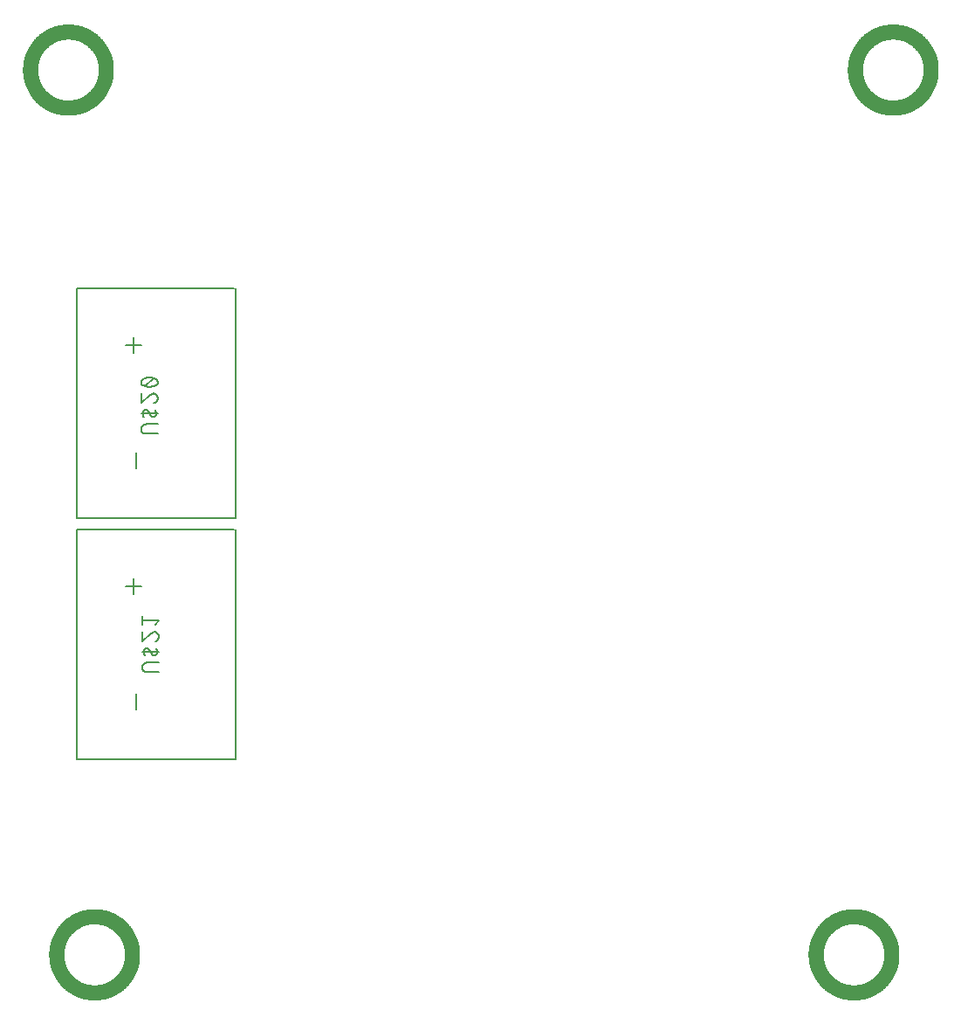
<source format=gbr>
G04 EAGLE Gerber RS-274X export*
G75*
%MOMM*%
%FSLAX34Y34*%
%LPD*%
%INSilkscreen Bottom*%
%IPPOS*%
%AMOC8*
5,1,8,0,0,1.08239X$1,22.5*%
G01*
%ADD10C,1.397000*%
%ADD11C,0.127000*%
%ADD12C,0.152400*%


D10*
X13970Y898600D02*
X13981Y899504D01*
X14014Y900407D01*
X14070Y901309D01*
X14147Y902210D01*
X14247Y903108D01*
X14369Y904004D01*
X14512Y904897D01*
X14678Y905785D01*
X14865Y906669D01*
X15074Y907549D01*
X15304Y908423D01*
X15556Y909291D01*
X15829Y910153D01*
X16123Y911008D01*
X16438Y911855D01*
X16774Y912694D01*
X17130Y913525D01*
X17506Y914347D01*
X17903Y915159D01*
X18319Y915962D01*
X18755Y916753D01*
X19210Y917534D01*
X19684Y918304D01*
X20177Y919062D01*
X20688Y919807D01*
X21218Y920540D01*
X21765Y921259D01*
X22330Y921965D01*
X22912Y922656D01*
X23511Y923334D01*
X24126Y923996D01*
X24757Y924643D01*
X25404Y925274D01*
X26066Y925889D01*
X26744Y926488D01*
X27435Y927070D01*
X28141Y927635D01*
X28860Y928182D01*
X29593Y928712D01*
X30338Y929223D01*
X31096Y929716D01*
X31866Y930190D01*
X32647Y930645D01*
X33438Y931081D01*
X34241Y931497D01*
X35053Y931894D01*
X35875Y932270D01*
X36706Y932626D01*
X37545Y932962D01*
X38392Y933277D01*
X39247Y933571D01*
X40109Y933844D01*
X40977Y934096D01*
X41851Y934326D01*
X42731Y934535D01*
X43615Y934722D01*
X44503Y934888D01*
X45396Y935031D01*
X46292Y935153D01*
X47190Y935253D01*
X48091Y935330D01*
X48993Y935386D01*
X49896Y935419D01*
X50800Y935430D01*
X51704Y935419D01*
X52607Y935386D01*
X53509Y935330D01*
X54410Y935253D01*
X55308Y935153D01*
X56204Y935031D01*
X57097Y934888D01*
X57985Y934722D01*
X58869Y934535D01*
X59749Y934326D01*
X60623Y934096D01*
X61491Y933844D01*
X62353Y933571D01*
X63208Y933277D01*
X64055Y932962D01*
X64894Y932626D01*
X65725Y932270D01*
X66547Y931894D01*
X67359Y931497D01*
X68162Y931081D01*
X68953Y930645D01*
X69734Y930190D01*
X70504Y929716D01*
X71262Y929223D01*
X72007Y928712D01*
X72740Y928182D01*
X73459Y927635D01*
X74165Y927070D01*
X74856Y926488D01*
X75534Y925889D01*
X76196Y925274D01*
X76843Y924643D01*
X77474Y923996D01*
X78089Y923334D01*
X78688Y922656D01*
X79270Y921965D01*
X79835Y921259D01*
X80382Y920540D01*
X80912Y919807D01*
X81423Y919062D01*
X81916Y918304D01*
X82390Y917534D01*
X82845Y916753D01*
X83281Y915962D01*
X83697Y915159D01*
X84094Y914347D01*
X84470Y913525D01*
X84826Y912694D01*
X85162Y911855D01*
X85477Y911008D01*
X85771Y910153D01*
X86044Y909291D01*
X86296Y908423D01*
X86526Y907549D01*
X86735Y906669D01*
X86922Y905785D01*
X87088Y904897D01*
X87231Y904004D01*
X87353Y903108D01*
X87453Y902210D01*
X87530Y901309D01*
X87586Y900407D01*
X87619Y899504D01*
X87630Y898600D01*
X87619Y897696D01*
X87586Y896793D01*
X87530Y895891D01*
X87453Y894990D01*
X87353Y894092D01*
X87231Y893196D01*
X87088Y892303D01*
X86922Y891415D01*
X86735Y890531D01*
X86526Y889651D01*
X86296Y888777D01*
X86044Y887909D01*
X85771Y887047D01*
X85477Y886192D01*
X85162Y885345D01*
X84826Y884506D01*
X84470Y883675D01*
X84094Y882853D01*
X83697Y882041D01*
X83281Y881238D01*
X82845Y880447D01*
X82390Y879666D01*
X81916Y878896D01*
X81423Y878138D01*
X80912Y877393D01*
X80382Y876660D01*
X79835Y875941D01*
X79270Y875235D01*
X78688Y874544D01*
X78089Y873866D01*
X77474Y873204D01*
X76843Y872557D01*
X76196Y871926D01*
X75534Y871311D01*
X74856Y870712D01*
X74165Y870130D01*
X73459Y869565D01*
X72740Y869018D01*
X72007Y868488D01*
X71262Y867977D01*
X70504Y867484D01*
X69734Y867010D01*
X68953Y866555D01*
X68162Y866119D01*
X67359Y865703D01*
X66547Y865306D01*
X65725Y864930D01*
X64894Y864574D01*
X64055Y864238D01*
X63208Y863923D01*
X62353Y863629D01*
X61491Y863356D01*
X60623Y863104D01*
X59749Y862874D01*
X58869Y862665D01*
X57985Y862478D01*
X57097Y862312D01*
X56204Y862169D01*
X55308Y862047D01*
X54410Y861947D01*
X53509Y861870D01*
X52607Y861814D01*
X51704Y861781D01*
X50800Y861770D01*
X49896Y861781D01*
X48993Y861814D01*
X48091Y861870D01*
X47190Y861947D01*
X46292Y862047D01*
X45396Y862169D01*
X44503Y862312D01*
X43615Y862478D01*
X42731Y862665D01*
X41851Y862874D01*
X40977Y863104D01*
X40109Y863356D01*
X39247Y863629D01*
X38392Y863923D01*
X37545Y864238D01*
X36706Y864574D01*
X35875Y864930D01*
X35053Y865306D01*
X34241Y865703D01*
X33438Y866119D01*
X32647Y866555D01*
X31866Y867010D01*
X31096Y867484D01*
X30338Y867977D01*
X29593Y868488D01*
X28860Y869018D01*
X28141Y869565D01*
X27435Y870130D01*
X26744Y870712D01*
X26066Y871311D01*
X25404Y871926D01*
X24757Y872557D01*
X24126Y873204D01*
X23511Y873866D01*
X22912Y874544D01*
X22330Y875235D01*
X21765Y875941D01*
X21218Y876660D01*
X20688Y877393D01*
X20177Y878138D01*
X19684Y878896D01*
X19210Y879666D01*
X18755Y880447D01*
X18319Y881238D01*
X17903Y882041D01*
X17506Y882853D01*
X17130Y883675D01*
X16774Y884506D01*
X16438Y885345D01*
X16123Y886192D01*
X15829Y887047D01*
X15556Y887909D01*
X15304Y888777D01*
X15074Y889651D01*
X14865Y890531D01*
X14678Y891415D01*
X14512Y892303D01*
X14369Y893196D01*
X14247Y894092D01*
X14147Y894990D01*
X14070Y895891D01*
X14014Y896793D01*
X13981Y897696D01*
X13970Y898600D01*
X775970Y41300D02*
X775981Y42204D01*
X776014Y43107D01*
X776070Y44009D01*
X776147Y44910D01*
X776247Y45808D01*
X776369Y46704D01*
X776512Y47597D01*
X776678Y48485D01*
X776865Y49369D01*
X777074Y50249D01*
X777304Y51123D01*
X777556Y51991D01*
X777829Y52853D01*
X778123Y53708D01*
X778438Y54555D01*
X778774Y55394D01*
X779130Y56225D01*
X779506Y57047D01*
X779903Y57859D01*
X780319Y58662D01*
X780755Y59453D01*
X781210Y60234D01*
X781684Y61004D01*
X782177Y61762D01*
X782688Y62507D01*
X783218Y63240D01*
X783765Y63959D01*
X784330Y64665D01*
X784912Y65356D01*
X785511Y66034D01*
X786126Y66696D01*
X786757Y67343D01*
X787404Y67974D01*
X788066Y68589D01*
X788744Y69188D01*
X789435Y69770D01*
X790141Y70335D01*
X790860Y70882D01*
X791593Y71412D01*
X792338Y71923D01*
X793096Y72416D01*
X793866Y72890D01*
X794647Y73345D01*
X795438Y73781D01*
X796241Y74197D01*
X797053Y74594D01*
X797875Y74970D01*
X798706Y75326D01*
X799545Y75662D01*
X800392Y75977D01*
X801247Y76271D01*
X802109Y76544D01*
X802977Y76796D01*
X803851Y77026D01*
X804731Y77235D01*
X805615Y77422D01*
X806503Y77588D01*
X807396Y77731D01*
X808292Y77853D01*
X809190Y77953D01*
X810091Y78030D01*
X810993Y78086D01*
X811896Y78119D01*
X812800Y78130D01*
X813704Y78119D01*
X814607Y78086D01*
X815509Y78030D01*
X816410Y77953D01*
X817308Y77853D01*
X818204Y77731D01*
X819097Y77588D01*
X819985Y77422D01*
X820869Y77235D01*
X821749Y77026D01*
X822623Y76796D01*
X823491Y76544D01*
X824353Y76271D01*
X825208Y75977D01*
X826055Y75662D01*
X826894Y75326D01*
X827725Y74970D01*
X828547Y74594D01*
X829359Y74197D01*
X830162Y73781D01*
X830953Y73345D01*
X831734Y72890D01*
X832504Y72416D01*
X833262Y71923D01*
X834007Y71412D01*
X834740Y70882D01*
X835459Y70335D01*
X836165Y69770D01*
X836856Y69188D01*
X837534Y68589D01*
X838196Y67974D01*
X838843Y67343D01*
X839474Y66696D01*
X840089Y66034D01*
X840688Y65356D01*
X841270Y64665D01*
X841835Y63959D01*
X842382Y63240D01*
X842912Y62507D01*
X843423Y61762D01*
X843916Y61004D01*
X844390Y60234D01*
X844845Y59453D01*
X845281Y58662D01*
X845697Y57859D01*
X846094Y57047D01*
X846470Y56225D01*
X846826Y55394D01*
X847162Y54555D01*
X847477Y53708D01*
X847771Y52853D01*
X848044Y51991D01*
X848296Y51123D01*
X848526Y50249D01*
X848735Y49369D01*
X848922Y48485D01*
X849088Y47597D01*
X849231Y46704D01*
X849353Y45808D01*
X849453Y44910D01*
X849530Y44009D01*
X849586Y43107D01*
X849619Y42204D01*
X849630Y41300D01*
X849619Y40396D01*
X849586Y39493D01*
X849530Y38591D01*
X849453Y37690D01*
X849353Y36792D01*
X849231Y35896D01*
X849088Y35003D01*
X848922Y34115D01*
X848735Y33231D01*
X848526Y32351D01*
X848296Y31477D01*
X848044Y30609D01*
X847771Y29747D01*
X847477Y28892D01*
X847162Y28045D01*
X846826Y27206D01*
X846470Y26375D01*
X846094Y25553D01*
X845697Y24741D01*
X845281Y23938D01*
X844845Y23147D01*
X844390Y22366D01*
X843916Y21596D01*
X843423Y20838D01*
X842912Y20093D01*
X842382Y19360D01*
X841835Y18641D01*
X841270Y17935D01*
X840688Y17244D01*
X840089Y16566D01*
X839474Y15904D01*
X838843Y15257D01*
X838196Y14626D01*
X837534Y14011D01*
X836856Y13412D01*
X836165Y12830D01*
X835459Y12265D01*
X834740Y11718D01*
X834007Y11188D01*
X833262Y10677D01*
X832504Y10184D01*
X831734Y9710D01*
X830953Y9255D01*
X830162Y8819D01*
X829359Y8403D01*
X828547Y8006D01*
X827725Y7630D01*
X826894Y7274D01*
X826055Y6938D01*
X825208Y6623D01*
X824353Y6329D01*
X823491Y6056D01*
X822623Y5804D01*
X821749Y5574D01*
X820869Y5365D01*
X819985Y5178D01*
X819097Y5012D01*
X818204Y4869D01*
X817308Y4747D01*
X816410Y4647D01*
X815509Y4570D01*
X814607Y4514D01*
X813704Y4481D01*
X812800Y4470D01*
X811896Y4481D01*
X810993Y4514D01*
X810091Y4570D01*
X809190Y4647D01*
X808292Y4747D01*
X807396Y4869D01*
X806503Y5012D01*
X805615Y5178D01*
X804731Y5365D01*
X803851Y5574D01*
X802977Y5804D01*
X802109Y6056D01*
X801247Y6329D01*
X800392Y6623D01*
X799545Y6938D01*
X798706Y7274D01*
X797875Y7630D01*
X797053Y8006D01*
X796241Y8403D01*
X795438Y8819D01*
X794647Y9255D01*
X793866Y9710D01*
X793096Y10184D01*
X792338Y10677D01*
X791593Y11188D01*
X790860Y11718D01*
X790141Y12265D01*
X789435Y12830D01*
X788744Y13412D01*
X788066Y14011D01*
X787404Y14626D01*
X786757Y15257D01*
X786126Y15904D01*
X785511Y16566D01*
X784912Y17244D01*
X784330Y17935D01*
X783765Y18641D01*
X783218Y19360D01*
X782688Y20093D01*
X782177Y20838D01*
X781684Y21596D01*
X781210Y22366D01*
X780755Y23147D01*
X780319Y23938D01*
X779903Y24741D01*
X779506Y25553D01*
X779130Y26375D01*
X778774Y27206D01*
X778438Y28045D01*
X778123Y28892D01*
X777829Y29747D01*
X777556Y30609D01*
X777304Y31477D01*
X777074Y32351D01*
X776865Y33231D01*
X776678Y34115D01*
X776512Y35003D01*
X776369Y35896D01*
X776247Y36792D01*
X776147Y37690D01*
X776070Y38591D01*
X776014Y39493D01*
X775981Y40396D01*
X775970Y41300D01*
X814070Y898600D02*
X814081Y899504D01*
X814114Y900407D01*
X814170Y901309D01*
X814247Y902210D01*
X814347Y903108D01*
X814469Y904004D01*
X814612Y904897D01*
X814778Y905785D01*
X814965Y906669D01*
X815174Y907549D01*
X815404Y908423D01*
X815656Y909291D01*
X815929Y910153D01*
X816223Y911008D01*
X816538Y911855D01*
X816874Y912694D01*
X817230Y913525D01*
X817606Y914347D01*
X818003Y915159D01*
X818419Y915962D01*
X818855Y916753D01*
X819310Y917534D01*
X819784Y918304D01*
X820277Y919062D01*
X820788Y919807D01*
X821318Y920540D01*
X821865Y921259D01*
X822430Y921965D01*
X823012Y922656D01*
X823611Y923334D01*
X824226Y923996D01*
X824857Y924643D01*
X825504Y925274D01*
X826166Y925889D01*
X826844Y926488D01*
X827535Y927070D01*
X828241Y927635D01*
X828960Y928182D01*
X829693Y928712D01*
X830438Y929223D01*
X831196Y929716D01*
X831966Y930190D01*
X832747Y930645D01*
X833538Y931081D01*
X834341Y931497D01*
X835153Y931894D01*
X835975Y932270D01*
X836806Y932626D01*
X837645Y932962D01*
X838492Y933277D01*
X839347Y933571D01*
X840209Y933844D01*
X841077Y934096D01*
X841951Y934326D01*
X842831Y934535D01*
X843715Y934722D01*
X844603Y934888D01*
X845496Y935031D01*
X846392Y935153D01*
X847290Y935253D01*
X848191Y935330D01*
X849093Y935386D01*
X849996Y935419D01*
X850900Y935430D01*
X851804Y935419D01*
X852707Y935386D01*
X853609Y935330D01*
X854510Y935253D01*
X855408Y935153D01*
X856304Y935031D01*
X857197Y934888D01*
X858085Y934722D01*
X858969Y934535D01*
X859849Y934326D01*
X860723Y934096D01*
X861591Y933844D01*
X862453Y933571D01*
X863308Y933277D01*
X864155Y932962D01*
X864994Y932626D01*
X865825Y932270D01*
X866647Y931894D01*
X867459Y931497D01*
X868262Y931081D01*
X869053Y930645D01*
X869834Y930190D01*
X870604Y929716D01*
X871362Y929223D01*
X872107Y928712D01*
X872840Y928182D01*
X873559Y927635D01*
X874265Y927070D01*
X874956Y926488D01*
X875634Y925889D01*
X876296Y925274D01*
X876943Y924643D01*
X877574Y923996D01*
X878189Y923334D01*
X878788Y922656D01*
X879370Y921965D01*
X879935Y921259D01*
X880482Y920540D01*
X881012Y919807D01*
X881523Y919062D01*
X882016Y918304D01*
X882490Y917534D01*
X882945Y916753D01*
X883381Y915962D01*
X883797Y915159D01*
X884194Y914347D01*
X884570Y913525D01*
X884926Y912694D01*
X885262Y911855D01*
X885577Y911008D01*
X885871Y910153D01*
X886144Y909291D01*
X886396Y908423D01*
X886626Y907549D01*
X886835Y906669D01*
X887022Y905785D01*
X887188Y904897D01*
X887331Y904004D01*
X887453Y903108D01*
X887553Y902210D01*
X887630Y901309D01*
X887686Y900407D01*
X887719Y899504D01*
X887730Y898600D01*
X887719Y897696D01*
X887686Y896793D01*
X887630Y895891D01*
X887553Y894990D01*
X887453Y894092D01*
X887331Y893196D01*
X887188Y892303D01*
X887022Y891415D01*
X886835Y890531D01*
X886626Y889651D01*
X886396Y888777D01*
X886144Y887909D01*
X885871Y887047D01*
X885577Y886192D01*
X885262Y885345D01*
X884926Y884506D01*
X884570Y883675D01*
X884194Y882853D01*
X883797Y882041D01*
X883381Y881238D01*
X882945Y880447D01*
X882490Y879666D01*
X882016Y878896D01*
X881523Y878138D01*
X881012Y877393D01*
X880482Y876660D01*
X879935Y875941D01*
X879370Y875235D01*
X878788Y874544D01*
X878189Y873866D01*
X877574Y873204D01*
X876943Y872557D01*
X876296Y871926D01*
X875634Y871311D01*
X874956Y870712D01*
X874265Y870130D01*
X873559Y869565D01*
X872840Y869018D01*
X872107Y868488D01*
X871362Y867977D01*
X870604Y867484D01*
X869834Y867010D01*
X869053Y866555D01*
X868262Y866119D01*
X867459Y865703D01*
X866647Y865306D01*
X865825Y864930D01*
X864994Y864574D01*
X864155Y864238D01*
X863308Y863923D01*
X862453Y863629D01*
X861591Y863356D01*
X860723Y863104D01*
X859849Y862874D01*
X858969Y862665D01*
X858085Y862478D01*
X857197Y862312D01*
X856304Y862169D01*
X855408Y862047D01*
X854510Y861947D01*
X853609Y861870D01*
X852707Y861814D01*
X851804Y861781D01*
X850900Y861770D01*
X849996Y861781D01*
X849093Y861814D01*
X848191Y861870D01*
X847290Y861947D01*
X846392Y862047D01*
X845496Y862169D01*
X844603Y862312D01*
X843715Y862478D01*
X842831Y862665D01*
X841951Y862874D01*
X841077Y863104D01*
X840209Y863356D01*
X839347Y863629D01*
X838492Y863923D01*
X837645Y864238D01*
X836806Y864574D01*
X835975Y864930D01*
X835153Y865306D01*
X834341Y865703D01*
X833538Y866119D01*
X832747Y866555D01*
X831966Y867010D01*
X831196Y867484D01*
X830438Y867977D01*
X829693Y868488D01*
X828960Y869018D01*
X828241Y869565D01*
X827535Y870130D01*
X826844Y870712D01*
X826166Y871311D01*
X825504Y871926D01*
X824857Y872557D01*
X824226Y873204D01*
X823611Y873866D01*
X823012Y874544D01*
X822430Y875235D01*
X821865Y875941D01*
X821318Y876660D01*
X820788Y877393D01*
X820277Y878138D01*
X819784Y878896D01*
X819310Y879666D01*
X818855Y880447D01*
X818419Y881238D01*
X818003Y882041D01*
X817606Y882853D01*
X817230Y883675D01*
X816874Y884506D01*
X816538Y885345D01*
X816223Y886192D01*
X815929Y887047D01*
X815656Y887909D01*
X815404Y888777D01*
X815174Y889651D01*
X814965Y890531D01*
X814778Y891415D01*
X814612Y892303D01*
X814469Y893196D01*
X814347Y894092D01*
X814247Y894990D01*
X814170Y895891D01*
X814114Y896793D01*
X814081Y897696D01*
X814070Y898600D01*
X39370Y41300D02*
X39381Y42204D01*
X39414Y43107D01*
X39470Y44009D01*
X39547Y44910D01*
X39647Y45808D01*
X39769Y46704D01*
X39912Y47597D01*
X40078Y48485D01*
X40265Y49369D01*
X40474Y50249D01*
X40704Y51123D01*
X40956Y51991D01*
X41229Y52853D01*
X41523Y53708D01*
X41838Y54555D01*
X42174Y55394D01*
X42530Y56225D01*
X42906Y57047D01*
X43303Y57859D01*
X43719Y58662D01*
X44155Y59453D01*
X44610Y60234D01*
X45084Y61004D01*
X45577Y61762D01*
X46088Y62507D01*
X46618Y63240D01*
X47165Y63959D01*
X47730Y64665D01*
X48312Y65356D01*
X48911Y66034D01*
X49526Y66696D01*
X50157Y67343D01*
X50804Y67974D01*
X51466Y68589D01*
X52144Y69188D01*
X52835Y69770D01*
X53541Y70335D01*
X54260Y70882D01*
X54993Y71412D01*
X55738Y71923D01*
X56496Y72416D01*
X57266Y72890D01*
X58047Y73345D01*
X58838Y73781D01*
X59641Y74197D01*
X60453Y74594D01*
X61275Y74970D01*
X62106Y75326D01*
X62945Y75662D01*
X63792Y75977D01*
X64647Y76271D01*
X65509Y76544D01*
X66377Y76796D01*
X67251Y77026D01*
X68131Y77235D01*
X69015Y77422D01*
X69903Y77588D01*
X70796Y77731D01*
X71692Y77853D01*
X72590Y77953D01*
X73491Y78030D01*
X74393Y78086D01*
X75296Y78119D01*
X76200Y78130D01*
X77104Y78119D01*
X78007Y78086D01*
X78909Y78030D01*
X79810Y77953D01*
X80708Y77853D01*
X81604Y77731D01*
X82497Y77588D01*
X83385Y77422D01*
X84269Y77235D01*
X85149Y77026D01*
X86023Y76796D01*
X86891Y76544D01*
X87753Y76271D01*
X88608Y75977D01*
X89455Y75662D01*
X90294Y75326D01*
X91125Y74970D01*
X91947Y74594D01*
X92759Y74197D01*
X93562Y73781D01*
X94353Y73345D01*
X95134Y72890D01*
X95904Y72416D01*
X96662Y71923D01*
X97407Y71412D01*
X98140Y70882D01*
X98859Y70335D01*
X99565Y69770D01*
X100256Y69188D01*
X100934Y68589D01*
X101596Y67974D01*
X102243Y67343D01*
X102874Y66696D01*
X103489Y66034D01*
X104088Y65356D01*
X104670Y64665D01*
X105235Y63959D01*
X105782Y63240D01*
X106312Y62507D01*
X106823Y61762D01*
X107316Y61004D01*
X107790Y60234D01*
X108245Y59453D01*
X108681Y58662D01*
X109097Y57859D01*
X109494Y57047D01*
X109870Y56225D01*
X110226Y55394D01*
X110562Y54555D01*
X110877Y53708D01*
X111171Y52853D01*
X111444Y51991D01*
X111696Y51123D01*
X111926Y50249D01*
X112135Y49369D01*
X112322Y48485D01*
X112488Y47597D01*
X112631Y46704D01*
X112753Y45808D01*
X112853Y44910D01*
X112930Y44009D01*
X112986Y43107D01*
X113019Y42204D01*
X113030Y41300D01*
X113019Y40396D01*
X112986Y39493D01*
X112930Y38591D01*
X112853Y37690D01*
X112753Y36792D01*
X112631Y35896D01*
X112488Y35003D01*
X112322Y34115D01*
X112135Y33231D01*
X111926Y32351D01*
X111696Y31477D01*
X111444Y30609D01*
X111171Y29747D01*
X110877Y28892D01*
X110562Y28045D01*
X110226Y27206D01*
X109870Y26375D01*
X109494Y25553D01*
X109097Y24741D01*
X108681Y23938D01*
X108245Y23147D01*
X107790Y22366D01*
X107316Y21596D01*
X106823Y20838D01*
X106312Y20093D01*
X105782Y19360D01*
X105235Y18641D01*
X104670Y17935D01*
X104088Y17244D01*
X103489Y16566D01*
X102874Y15904D01*
X102243Y15257D01*
X101596Y14626D01*
X100934Y14011D01*
X100256Y13412D01*
X99565Y12830D01*
X98859Y12265D01*
X98140Y11718D01*
X97407Y11188D01*
X96662Y10677D01*
X95904Y10184D01*
X95134Y9710D01*
X94353Y9255D01*
X93562Y8819D01*
X92759Y8403D01*
X91947Y8006D01*
X91125Y7630D01*
X90294Y7274D01*
X89455Y6938D01*
X88608Y6623D01*
X87753Y6329D01*
X86891Y6056D01*
X86023Y5804D01*
X85149Y5574D01*
X84269Y5365D01*
X83385Y5178D01*
X82497Y5012D01*
X81604Y4869D01*
X80708Y4747D01*
X79810Y4647D01*
X78909Y4570D01*
X78007Y4514D01*
X77104Y4481D01*
X76200Y4470D01*
X75296Y4481D01*
X74393Y4514D01*
X73491Y4570D01*
X72590Y4647D01*
X71692Y4747D01*
X70796Y4869D01*
X69903Y5012D01*
X69015Y5178D01*
X68131Y5365D01*
X67251Y5574D01*
X66377Y5804D01*
X65509Y6056D01*
X64647Y6329D01*
X63792Y6623D01*
X62945Y6938D01*
X62106Y7274D01*
X61275Y7630D01*
X60453Y8006D01*
X59641Y8403D01*
X58838Y8819D01*
X58047Y9255D01*
X57266Y9710D01*
X56496Y10184D01*
X55738Y10677D01*
X54993Y11188D01*
X54260Y11718D01*
X53541Y12265D01*
X52835Y12830D01*
X52144Y13412D01*
X51466Y14011D01*
X50804Y14626D01*
X50157Y15257D01*
X49526Y15904D01*
X48911Y16566D01*
X48312Y17244D01*
X47730Y17935D01*
X47165Y18641D01*
X46618Y19360D01*
X46088Y20093D01*
X45577Y20838D01*
X45084Y21596D01*
X44610Y22366D01*
X44155Y23147D01*
X43719Y23938D01*
X43303Y24741D01*
X42906Y25553D01*
X42530Y26375D01*
X42174Y27206D01*
X41838Y28045D01*
X41523Y28892D01*
X41229Y29747D01*
X40956Y30609D01*
X40704Y31477D01*
X40474Y32351D01*
X40265Y33231D01*
X40078Y34115D01*
X39912Y35003D01*
X39769Y35896D01*
X39647Y36792D01*
X39547Y37690D01*
X39470Y38591D01*
X39414Y39493D01*
X39381Y40396D01*
X39370Y41300D01*
D11*
X213270Y464920D02*
X213270Y686920D01*
X213000Y464000D02*
X60000Y464000D01*
X59000Y687000D02*
X212000Y687000D01*
X59130Y686330D02*
X59130Y464330D01*
X107120Y632030D02*
X122360Y632030D01*
X114740Y624410D02*
X114740Y639650D01*
X117280Y527890D02*
X117280Y512650D01*
D12*
X126078Y546062D02*
X137818Y546062D01*
X126078Y546062D02*
X125945Y546064D01*
X125813Y546070D01*
X125681Y546080D01*
X125549Y546093D01*
X125417Y546111D01*
X125287Y546132D01*
X125156Y546157D01*
X125027Y546186D01*
X124899Y546219D01*
X124771Y546255D01*
X124645Y546295D01*
X124520Y546339D01*
X124396Y546387D01*
X124274Y546438D01*
X124153Y546493D01*
X124034Y546551D01*
X123916Y546613D01*
X123801Y546678D01*
X123687Y546747D01*
X123576Y546818D01*
X123467Y546894D01*
X123360Y546972D01*
X123255Y547053D01*
X123153Y547138D01*
X123053Y547225D01*
X122956Y547315D01*
X122861Y547408D01*
X122770Y547504D01*
X122681Y547602D01*
X122595Y547703D01*
X122512Y547807D01*
X122432Y547913D01*
X122356Y548021D01*
X122282Y548131D01*
X122212Y548244D01*
X122145Y548358D01*
X122082Y548475D01*
X122022Y548593D01*
X121965Y548713D01*
X121912Y548835D01*
X121863Y548958D01*
X121817Y549082D01*
X121775Y549208D01*
X121737Y549335D01*
X121702Y549463D01*
X121671Y549592D01*
X121644Y549721D01*
X121621Y549852D01*
X121601Y549983D01*
X121586Y550115D01*
X121574Y550247D01*
X121566Y550379D01*
X121562Y550512D01*
X121562Y550644D01*
X121566Y550777D01*
X121574Y550909D01*
X121586Y551041D01*
X121601Y551173D01*
X121621Y551304D01*
X121644Y551435D01*
X121671Y551564D01*
X121702Y551693D01*
X121737Y551821D01*
X121775Y551948D01*
X121817Y552074D01*
X121863Y552198D01*
X121912Y552321D01*
X121965Y552443D01*
X122022Y552563D01*
X122082Y552681D01*
X122145Y552798D01*
X122212Y552912D01*
X122282Y553025D01*
X122356Y553135D01*
X122432Y553243D01*
X122512Y553349D01*
X122595Y553453D01*
X122681Y553554D01*
X122770Y553652D01*
X122861Y553748D01*
X122956Y553841D01*
X123053Y553931D01*
X123153Y554018D01*
X123255Y554103D01*
X123360Y554184D01*
X123467Y554262D01*
X123576Y554338D01*
X123687Y554409D01*
X123801Y554478D01*
X123916Y554543D01*
X124034Y554605D01*
X124153Y554663D01*
X124274Y554718D01*
X124396Y554769D01*
X124520Y554817D01*
X124645Y554861D01*
X124771Y554901D01*
X124899Y554937D01*
X125027Y554970D01*
X125156Y554999D01*
X125287Y555024D01*
X125417Y555045D01*
X125549Y555063D01*
X125681Y555076D01*
X125813Y555086D01*
X125945Y555092D01*
X126078Y555094D01*
X126078Y555093D02*
X137818Y555093D01*
X137818Y565688D02*
X121562Y565688D01*
X129690Y565688D02*
X131045Y563430D01*
X131044Y563430D02*
X131099Y563343D01*
X131156Y563259D01*
X131217Y563177D01*
X131280Y563097D01*
X131347Y563020D01*
X131416Y562945D01*
X131488Y562873D01*
X131563Y562804D01*
X131641Y562737D01*
X131721Y562674D01*
X131803Y562613D01*
X131887Y562556D01*
X131974Y562502D01*
X132062Y562451D01*
X132153Y562404D01*
X132245Y562360D01*
X132339Y562320D01*
X132434Y562283D01*
X132530Y562250D01*
X132628Y562221D01*
X132727Y562195D01*
X132826Y562173D01*
X132927Y562155D01*
X133028Y562140D01*
X133129Y562130D01*
X133231Y562123D01*
X133333Y562120D01*
X133435Y562121D01*
X133537Y562126D01*
X133639Y562135D01*
X133740Y562147D01*
X133841Y562164D01*
X133941Y562184D01*
X134040Y562208D01*
X134138Y562235D01*
X134235Y562267D01*
X134331Y562302D01*
X134425Y562340D01*
X134518Y562382D01*
X134610Y562428D01*
X134699Y562477D01*
X134787Y562529D01*
X134872Y562585D01*
X134956Y562644D01*
X135037Y562706D01*
X135115Y562771D01*
X135191Y562839D01*
X135265Y562909D01*
X135336Y562983D01*
X135404Y563059D01*
X135469Y563138D01*
X135531Y563219D01*
X135590Y563302D01*
X135645Y563387D01*
X135698Y563475D01*
X135747Y563564D01*
X135793Y563656D01*
X135835Y563748D01*
X135874Y563843D01*
X135909Y563939D01*
X135940Y564036D01*
X135968Y564134D01*
X135992Y564233D01*
X136012Y564333D01*
X136011Y564333D02*
X136040Y564503D01*
X136065Y564673D01*
X136086Y564844D01*
X136102Y565015D01*
X136115Y565186D01*
X136123Y565358D01*
X136127Y565530D01*
X136128Y565702D01*
X136123Y565874D01*
X136115Y566046D01*
X136103Y566217D01*
X136087Y566388D01*
X136066Y566559D01*
X136041Y566729D01*
X136013Y566899D01*
X135980Y567068D01*
X135943Y567236D01*
X135902Y567403D01*
X135857Y567569D01*
X135808Y567734D01*
X135756Y567897D01*
X135699Y568060D01*
X135638Y568221D01*
X135574Y568380D01*
X135506Y568538D01*
X135433Y568694D01*
X135358Y568849D01*
X135278Y569001D01*
X135195Y569152D01*
X135108Y569300D01*
X129690Y565688D02*
X128335Y567946D01*
X128336Y567946D02*
X128281Y568033D01*
X128224Y568117D01*
X128163Y568199D01*
X128100Y568279D01*
X128033Y568356D01*
X127964Y568431D01*
X127892Y568503D01*
X127817Y568572D01*
X127739Y568639D01*
X127659Y568702D01*
X127577Y568763D01*
X127493Y568820D01*
X127406Y568874D01*
X127318Y568925D01*
X127227Y568972D01*
X127135Y569016D01*
X127041Y569056D01*
X126946Y569093D01*
X126850Y569126D01*
X126752Y569155D01*
X126653Y569181D01*
X126554Y569203D01*
X126453Y569221D01*
X126352Y569236D01*
X126251Y569246D01*
X126149Y569253D01*
X126047Y569256D01*
X125945Y569255D01*
X125843Y569250D01*
X125741Y569241D01*
X125640Y569229D01*
X125539Y569212D01*
X125439Y569192D01*
X125340Y569168D01*
X125242Y569141D01*
X125145Y569109D01*
X125049Y569074D01*
X124955Y569036D01*
X124862Y568994D01*
X124770Y568948D01*
X124681Y568899D01*
X124593Y568847D01*
X124508Y568791D01*
X124424Y568732D01*
X124343Y568670D01*
X124265Y568605D01*
X124189Y568537D01*
X124115Y568467D01*
X124044Y568393D01*
X123976Y568317D01*
X123911Y568238D01*
X123849Y568157D01*
X123790Y568074D01*
X123735Y567989D01*
X123682Y567901D01*
X123633Y567812D01*
X123587Y567720D01*
X123545Y567628D01*
X123506Y567533D01*
X123471Y567437D01*
X123440Y567340D01*
X123412Y567242D01*
X123388Y567143D01*
X123368Y567043D01*
X123369Y567042D02*
X123340Y566872D01*
X123315Y566702D01*
X123294Y566532D01*
X123278Y566360D01*
X123265Y566189D01*
X123257Y566017D01*
X123253Y565845D01*
X123252Y565673D01*
X123257Y565501D01*
X123265Y565329D01*
X123277Y565158D01*
X123293Y564987D01*
X123314Y564816D01*
X123339Y564646D01*
X123367Y564476D01*
X123400Y564307D01*
X123437Y564139D01*
X123478Y563972D01*
X123523Y563806D01*
X123572Y563641D01*
X123624Y563478D01*
X123681Y563315D01*
X123742Y563154D01*
X123806Y562995D01*
X123875Y562837D01*
X123947Y562681D01*
X124022Y562526D01*
X124102Y562374D01*
X124185Y562223D01*
X124272Y562075D01*
X137818Y580728D02*
X137816Y580853D01*
X137810Y580978D01*
X137801Y581103D01*
X137787Y581227D01*
X137770Y581351D01*
X137749Y581475D01*
X137724Y581597D01*
X137695Y581719D01*
X137663Y581840D01*
X137627Y581960D01*
X137587Y582079D01*
X137544Y582196D01*
X137497Y582312D01*
X137446Y582427D01*
X137392Y582539D01*
X137334Y582651D01*
X137274Y582760D01*
X137209Y582867D01*
X137142Y582973D01*
X137071Y583076D01*
X136997Y583177D01*
X136920Y583276D01*
X136840Y583372D01*
X136757Y583466D01*
X136672Y583557D01*
X136583Y583646D01*
X136492Y583731D01*
X136398Y583814D01*
X136302Y583894D01*
X136203Y583971D01*
X136102Y584045D01*
X135999Y584116D01*
X135893Y584183D01*
X135786Y584248D01*
X135677Y584308D01*
X135565Y584366D01*
X135453Y584420D01*
X135338Y584471D01*
X135222Y584518D01*
X135105Y584561D01*
X134986Y584601D01*
X134866Y584637D01*
X134745Y584669D01*
X134623Y584698D01*
X134501Y584723D01*
X134377Y584744D01*
X134253Y584761D01*
X134129Y584775D01*
X134004Y584784D01*
X133879Y584790D01*
X133754Y584792D01*
X137818Y580728D02*
X137816Y580585D01*
X137810Y580443D01*
X137800Y580300D01*
X137787Y580158D01*
X137769Y580017D01*
X137748Y579875D01*
X137723Y579735D01*
X137694Y579595D01*
X137661Y579456D01*
X137624Y579318D01*
X137584Y579181D01*
X137540Y579046D01*
X137492Y578911D01*
X137440Y578778D01*
X137385Y578646D01*
X137326Y578516D01*
X137264Y578388D01*
X137198Y578261D01*
X137129Y578136D01*
X137057Y578013D01*
X136981Y577893D01*
X136902Y577774D01*
X136819Y577657D01*
X136734Y577543D01*
X136645Y577431D01*
X136554Y577322D01*
X136459Y577215D01*
X136362Y577110D01*
X136261Y577009D01*
X136158Y576910D01*
X136053Y576814D01*
X135944Y576721D01*
X135833Y576631D01*
X135720Y576544D01*
X135605Y576460D01*
X135487Y576380D01*
X135367Y576302D01*
X135245Y576228D01*
X135121Y576158D01*
X134995Y576090D01*
X134867Y576027D01*
X134738Y575966D01*
X134607Y575909D01*
X134475Y575856D01*
X134341Y575807D01*
X134206Y575761D01*
X130593Y583437D02*
X130685Y583531D01*
X130779Y583621D01*
X130876Y583709D01*
X130976Y583794D01*
X131078Y583876D01*
X131183Y583955D01*
X131290Y584030D01*
X131399Y584102D01*
X131510Y584171D01*
X131624Y584237D01*
X131739Y584299D01*
X131856Y584358D01*
X131975Y584413D01*
X132095Y584464D01*
X132217Y584512D01*
X132340Y584557D01*
X132464Y584597D01*
X132590Y584634D01*
X132717Y584667D01*
X132844Y584696D01*
X132973Y584722D01*
X133102Y584743D01*
X133232Y584761D01*
X133362Y584774D01*
X133492Y584784D01*
X133623Y584790D01*
X133754Y584792D01*
X130593Y583438D02*
X121562Y575761D01*
X121562Y584792D01*
X129690Y591393D02*
X130010Y591397D01*
X130329Y591408D01*
X130649Y591427D01*
X130967Y591454D01*
X131285Y591488D01*
X131602Y591530D01*
X131918Y591580D01*
X132233Y591637D01*
X132546Y591701D01*
X132858Y591773D01*
X133168Y591852D01*
X133475Y591939D01*
X133781Y592033D01*
X134084Y592134D01*
X134385Y592243D01*
X134683Y592358D01*
X134979Y592481D01*
X135271Y592611D01*
X135560Y592748D01*
X135561Y592747D02*
X135669Y592786D01*
X135776Y592829D01*
X135881Y592875D01*
X135985Y592926D01*
X136087Y592979D01*
X136187Y593036D01*
X136285Y593097D01*
X136380Y593161D01*
X136474Y593228D01*
X136565Y593299D01*
X136654Y593372D01*
X136740Y593449D01*
X136823Y593528D01*
X136904Y593610D01*
X136982Y593695D01*
X137056Y593783D01*
X137128Y593873D01*
X137196Y593965D01*
X137262Y594060D01*
X137324Y594157D01*
X137382Y594256D01*
X137438Y594358D01*
X137489Y594460D01*
X137537Y594565D01*
X137582Y594671D01*
X137623Y594779D01*
X137660Y594888D01*
X137693Y594998D01*
X137722Y595110D01*
X137748Y595222D01*
X137770Y595335D01*
X137787Y595449D01*
X137801Y595563D01*
X137811Y595678D01*
X137817Y595793D01*
X137819Y595908D01*
X137818Y595908D02*
X137816Y596023D01*
X137810Y596138D01*
X137800Y596253D01*
X137786Y596367D01*
X137769Y596481D01*
X137747Y596594D01*
X137721Y596706D01*
X137692Y596818D01*
X137659Y596928D01*
X137622Y597037D01*
X137581Y597145D01*
X137536Y597251D01*
X137488Y597356D01*
X137437Y597458D01*
X137381Y597559D01*
X137323Y597659D01*
X137261Y597756D01*
X137196Y597850D01*
X137127Y597943D01*
X137055Y598033D01*
X136981Y598121D01*
X136903Y598206D01*
X136822Y598288D01*
X136739Y598367D01*
X136653Y598444D01*
X136564Y598517D01*
X136473Y598588D01*
X136379Y598655D01*
X136284Y598719D01*
X136186Y598780D01*
X136086Y598837D01*
X135984Y598890D01*
X135880Y598941D01*
X135775Y598987D01*
X135668Y599030D01*
X135560Y599069D01*
X135560Y599068D02*
X135271Y599205D01*
X134979Y599335D01*
X134683Y599458D01*
X134385Y599573D01*
X134084Y599682D01*
X133781Y599783D01*
X133475Y599877D01*
X133168Y599964D01*
X132858Y600043D01*
X132546Y600115D01*
X132233Y600179D01*
X131918Y600236D01*
X131602Y600286D01*
X131285Y600328D01*
X130967Y600362D01*
X130649Y600389D01*
X130329Y600408D01*
X130010Y600419D01*
X129690Y600423D01*
X129690Y591393D02*
X129370Y591397D01*
X129051Y591408D01*
X128731Y591427D01*
X128413Y591454D01*
X128095Y591488D01*
X127778Y591530D01*
X127462Y591580D01*
X127147Y591637D01*
X126834Y591701D01*
X126522Y591773D01*
X126212Y591852D01*
X125905Y591939D01*
X125599Y592033D01*
X125296Y592134D01*
X124995Y592243D01*
X124697Y592358D01*
X124401Y592481D01*
X124109Y592611D01*
X123820Y592748D01*
X123820Y592747D02*
X123712Y592786D01*
X123605Y592829D01*
X123500Y592875D01*
X123396Y592926D01*
X123294Y592979D01*
X123194Y593036D01*
X123096Y593097D01*
X123001Y593161D01*
X122907Y593228D01*
X122816Y593299D01*
X122727Y593372D01*
X122641Y593449D01*
X122558Y593528D01*
X122477Y593610D01*
X122399Y593695D01*
X122325Y593783D01*
X122253Y593873D01*
X122184Y593966D01*
X122119Y594060D01*
X122057Y594157D01*
X121999Y594257D01*
X121943Y594358D01*
X121892Y594460D01*
X121844Y594565D01*
X121799Y594671D01*
X121758Y594779D01*
X121721Y594888D01*
X121688Y594998D01*
X121659Y595110D01*
X121633Y595222D01*
X121611Y595335D01*
X121594Y595449D01*
X121580Y595563D01*
X121570Y595678D01*
X121564Y595793D01*
X121562Y595908D01*
X123820Y599068D02*
X124109Y599205D01*
X124401Y599335D01*
X124697Y599458D01*
X124995Y599573D01*
X125296Y599682D01*
X125599Y599783D01*
X125905Y599877D01*
X126212Y599964D01*
X126522Y600043D01*
X126834Y600115D01*
X127147Y600179D01*
X127462Y600236D01*
X127778Y600286D01*
X128095Y600328D01*
X128413Y600362D01*
X128731Y600389D01*
X129051Y600408D01*
X129370Y600419D01*
X129690Y600423D01*
X123820Y599069D02*
X123712Y599030D01*
X123605Y598987D01*
X123500Y598941D01*
X123396Y598890D01*
X123294Y598837D01*
X123194Y598780D01*
X123096Y598719D01*
X123001Y598655D01*
X122907Y598588D01*
X122816Y598517D01*
X122727Y598444D01*
X122641Y598367D01*
X122558Y598288D01*
X122477Y598206D01*
X122399Y598121D01*
X122325Y598033D01*
X122253Y597943D01*
X122184Y597850D01*
X122119Y597756D01*
X122057Y597659D01*
X121999Y597559D01*
X121943Y597458D01*
X121892Y597355D01*
X121844Y597251D01*
X121799Y597145D01*
X121758Y597037D01*
X121721Y596928D01*
X121688Y596818D01*
X121659Y596706D01*
X121633Y596594D01*
X121611Y596481D01*
X121594Y596367D01*
X121580Y596253D01*
X121570Y596138D01*
X121564Y596023D01*
X121562Y595908D01*
X125174Y592296D02*
X134206Y599521D01*
D11*
X213270Y452920D02*
X213270Y230920D01*
X213000Y230000D02*
X60000Y230000D01*
X59000Y453000D02*
X212000Y453000D01*
X59130Y452330D02*
X59130Y230330D01*
X107120Y398030D02*
X122360Y398030D01*
X114740Y390410D02*
X114740Y405650D01*
X117280Y293890D02*
X117280Y278650D01*
D12*
X127078Y315062D02*
X138818Y315062D01*
X127078Y315062D02*
X126945Y315064D01*
X126813Y315070D01*
X126681Y315080D01*
X126549Y315093D01*
X126417Y315111D01*
X126287Y315132D01*
X126156Y315157D01*
X126027Y315186D01*
X125899Y315219D01*
X125771Y315255D01*
X125645Y315295D01*
X125520Y315339D01*
X125396Y315387D01*
X125274Y315438D01*
X125153Y315493D01*
X125034Y315551D01*
X124916Y315613D01*
X124801Y315678D01*
X124687Y315747D01*
X124576Y315818D01*
X124467Y315894D01*
X124360Y315972D01*
X124255Y316053D01*
X124153Y316138D01*
X124053Y316225D01*
X123956Y316315D01*
X123861Y316408D01*
X123770Y316504D01*
X123681Y316602D01*
X123595Y316703D01*
X123512Y316807D01*
X123432Y316913D01*
X123356Y317021D01*
X123282Y317131D01*
X123212Y317244D01*
X123145Y317358D01*
X123082Y317475D01*
X123022Y317593D01*
X122965Y317713D01*
X122912Y317835D01*
X122863Y317958D01*
X122817Y318082D01*
X122775Y318208D01*
X122737Y318335D01*
X122702Y318463D01*
X122671Y318592D01*
X122644Y318721D01*
X122621Y318852D01*
X122601Y318983D01*
X122586Y319115D01*
X122574Y319247D01*
X122566Y319379D01*
X122562Y319512D01*
X122562Y319644D01*
X122566Y319777D01*
X122574Y319909D01*
X122586Y320041D01*
X122601Y320173D01*
X122621Y320304D01*
X122644Y320435D01*
X122671Y320564D01*
X122702Y320693D01*
X122737Y320821D01*
X122775Y320948D01*
X122817Y321074D01*
X122863Y321198D01*
X122912Y321321D01*
X122965Y321443D01*
X123022Y321563D01*
X123082Y321681D01*
X123145Y321798D01*
X123212Y321912D01*
X123282Y322025D01*
X123356Y322135D01*
X123432Y322243D01*
X123512Y322349D01*
X123595Y322453D01*
X123681Y322554D01*
X123770Y322652D01*
X123861Y322748D01*
X123956Y322841D01*
X124053Y322931D01*
X124153Y323018D01*
X124255Y323103D01*
X124360Y323184D01*
X124467Y323262D01*
X124576Y323338D01*
X124687Y323409D01*
X124801Y323478D01*
X124916Y323543D01*
X125034Y323605D01*
X125153Y323663D01*
X125274Y323718D01*
X125396Y323769D01*
X125520Y323817D01*
X125645Y323861D01*
X125771Y323901D01*
X125899Y323937D01*
X126027Y323970D01*
X126156Y323999D01*
X126287Y324024D01*
X126417Y324045D01*
X126549Y324063D01*
X126681Y324076D01*
X126813Y324086D01*
X126945Y324092D01*
X127078Y324094D01*
X127078Y324093D02*
X138818Y324093D01*
X138818Y334688D02*
X122562Y334688D01*
X130690Y334688D02*
X132045Y332430D01*
X132044Y332430D02*
X132099Y332343D01*
X132156Y332259D01*
X132217Y332177D01*
X132280Y332097D01*
X132347Y332020D01*
X132416Y331945D01*
X132488Y331873D01*
X132563Y331804D01*
X132641Y331737D01*
X132721Y331674D01*
X132803Y331613D01*
X132887Y331556D01*
X132974Y331502D01*
X133062Y331451D01*
X133153Y331404D01*
X133245Y331360D01*
X133339Y331320D01*
X133434Y331283D01*
X133530Y331250D01*
X133628Y331221D01*
X133727Y331195D01*
X133826Y331173D01*
X133927Y331155D01*
X134028Y331140D01*
X134129Y331130D01*
X134231Y331123D01*
X134333Y331120D01*
X134435Y331121D01*
X134537Y331126D01*
X134639Y331135D01*
X134740Y331147D01*
X134841Y331164D01*
X134941Y331184D01*
X135040Y331208D01*
X135138Y331235D01*
X135235Y331267D01*
X135331Y331302D01*
X135425Y331340D01*
X135518Y331382D01*
X135610Y331428D01*
X135699Y331477D01*
X135787Y331529D01*
X135872Y331585D01*
X135956Y331644D01*
X136037Y331706D01*
X136115Y331771D01*
X136191Y331839D01*
X136265Y331909D01*
X136336Y331983D01*
X136404Y332059D01*
X136469Y332138D01*
X136531Y332219D01*
X136590Y332302D01*
X136645Y332387D01*
X136698Y332475D01*
X136747Y332564D01*
X136793Y332656D01*
X136835Y332748D01*
X136874Y332843D01*
X136909Y332939D01*
X136940Y333036D01*
X136968Y333134D01*
X136992Y333233D01*
X137012Y333333D01*
X137011Y333333D02*
X137040Y333503D01*
X137065Y333673D01*
X137086Y333844D01*
X137102Y334015D01*
X137115Y334186D01*
X137123Y334358D01*
X137127Y334530D01*
X137128Y334702D01*
X137123Y334874D01*
X137115Y335046D01*
X137103Y335217D01*
X137087Y335388D01*
X137066Y335559D01*
X137041Y335729D01*
X137013Y335899D01*
X136980Y336068D01*
X136943Y336236D01*
X136902Y336403D01*
X136857Y336569D01*
X136808Y336734D01*
X136756Y336897D01*
X136699Y337060D01*
X136638Y337221D01*
X136574Y337380D01*
X136506Y337538D01*
X136433Y337694D01*
X136358Y337849D01*
X136278Y338001D01*
X136195Y338152D01*
X136108Y338300D01*
X130690Y334688D02*
X129335Y336946D01*
X129336Y336946D02*
X129281Y337033D01*
X129224Y337117D01*
X129163Y337199D01*
X129100Y337279D01*
X129033Y337356D01*
X128964Y337431D01*
X128892Y337503D01*
X128817Y337572D01*
X128739Y337639D01*
X128659Y337702D01*
X128577Y337763D01*
X128493Y337820D01*
X128406Y337874D01*
X128318Y337925D01*
X128227Y337972D01*
X128135Y338016D01*
X128041Y338056D01*
X127946Y338093D01*
X127850Y338126D01*
X127752Y338155D01*
X127653Y338181D01*
X127554Y338203D01*
X127453Y338221D01*
X127352Y338236D01*
X127251Y338246D01*
X127149Y338253D01*
X127047Y338256D01*
X126945Y338255D01*
X126843Y338250D01*
X126741Y338241D01*
X126640Y338229D01*
X126539Y338212D01*
X126439Y338192D01*
X126340Y338168D01*
X126242Y338141D01*
X126145Y338109D01*
X126049Y338074D01*
X125955Y338036D01*
X125862Y337994D01*
X125770Y337948D01*
X125681Y337899D01*
X125593Y337847D01*
X125508Y337791D01*
X125424Y337732D01*
X125343Y337670D01*
X125265Y337605D01*
X125189Y337537D01*
X125115Y337467D01*
X125044Y337393D01*
X124976Y337317D01*
X124911Y337238D01*
X124849Y337157D01*
X124790Y337074D01*
X124735Y336989D01*
X124682Y336901D01*
X124633Y336812D01*
X124587Y336720D01*
X124545Y336628D01*
X124506Y336533D01*
X124471Y336437D01*
X124440Y336340D01*
X124412Y336242D01*
X124388Y336143D01*
X124368Y336043D01*
X124369Y336042D02*
X124340Y335872D01*
X124315Y335702D01*
X124294Y335532D01*
X124278Y335360D01*
X124265Y335189D01*
X124257Y335017D01*
X124253Y334845D01*
X124252Y334673D01*
X124257Y334501D01*
X124265Y334329D01*
X124277Y334158D01*
X124293Y333987D01*
X124314Y333816D01*
X124339Y333646D01*
X124367Y333476D01*
X124400Y333307D01*
X124437Y333139D01*
X124478Y332972D01*
X124523Y332806D01*
X124572Y332641D01*
X124624Y332478D01*
X124681Y332315D01*
X124742Y332154D01*
X124806Y331995D01*
X124875Y331837D01*
X124947Y331681D01*
X125022Y331526D01*
X125102Y331374D01*
X125185Y331223D01*
X125272Y331075D01*
X138818Y349728D02*
X138816Y349853D01*
X138810Y349978D01*
X138801Y350103D01*
X138787Y350227D01*
X138770Y350351D01*
X138749Y350475D01*
X138724Y350597D01*
X138695Y350719D01*
X138663Y350840D01*
X138627Y350960D01*
X138587Y351079D01*
X138544Y351196D01*
X138497Y351312D01*
X138446Y351427D01*
X138392Y351539D01*
X138334Y351651D01*
X138274Y351760D01*
X138209Y351867D01*
X138142Y351973D01*
X138071Y352076D01*
X137997Y352177D01*
X137920Y352276D01*
X137840Y352372D01*
X137757Y352466D01*
X137672Y352557D01*
X137583Y352646D01*
X137492Y352731D01*
X137398Y352814D01*
X137302Y352894D01*
X137203Y352971D01*
X137102Y353045D01*
X136999Y353116D01*
X136893Y353183D01*
X136786Y353248D01*
X136677Y353308D01*
X136565Y353366D01*
X136453Y353420D01*
X136338Y353471D01*
X136222Y353518D01*
X136105Y353561D01*
X135986Y353601D01*
X135866Y353637D01*
X135745Y353669D01*
X135623Y353698D01*
X135501Y353723D01*
X135377Y353744D01*
X135253Y353761D01*
X135129Y353775D01*
X135004Y353784D01*
X134879Y353790D01*
X134754Y353792D01*
X138818Y349728D02*
X138816Y349585D01*
X138810Y349443D01*
X138800Y349300D01*
X138787Y349158D01*
X138769Y349017D01*
X138748Y348875D01*
X138723Y348735D01*
X138694Y348595D01*
X138661Y348456D01*
X138624Y348318D01*
X138584Y348181D01*
X138540Y348046D01*
X138492Y347911D01*
X138440Y347778D01*
X138385Y347646D01*
X138326Y347516D01*
X138264Y347388D01*
X138198Y347261D01*
X138129Y347136D01*
X138057Y347013D01*
X137981Y346893D01*
X137902Y346774D01*
X137819Y346657D01*
X137734Y346543D01*
X137645Y346431D01*
X137554Y346322D01*
X137459Y346215D01*
X137362Y346110D01*
X137261Y346009D01*
X137158Y345910D01*
X137053Y345814D01*
X136944Y345721D01*
X136833Y345631D01*
X136720Y345544D01*
X136605Y345460D01*
X136487Y345380D01*
X136367Y345302D01*
X136245Y345228D01*
X136121Y345158D01*
X135995Y345090D01*
X135867Y345027D01*
X135738Y344966D01*
X135607Y344909D01*
X135475Y344856D01*
X135341Y344807D01*
X135206Y344761D01*
X131593Y352437D02*
X131685Y352531D01*
X131779Y352621D01*
X131876Y352709D01*
X131976Y352794D01*
X132078Y352876D01*
X132183Y352955D01*
X132290Y353030D01*
X132399Y353102D01*
X132510Y353171D01*
X132624Y353237D01*
X132739Y353299D01*
X132856Y353358D01*
X132975Y353413D01*
X133095Y353464D01*
X133217Y353512D01*
X133340Y353557D01*
X133464Y353597D01*
X133590Y353634D01*
X133717Y353667D01*
X133844Y353696D01*
X133973Y353722D01*
X134102Y353743D01*
X134232Y353761D01*
X134362Y353774D01*
X134492Y353784D01*
X134623Y353790D01*
X134754Y353792D01*
X131593Y352438D02*
X122562Y344761D01*
X122562Y353792D01*
X135206Y360393D02*
X138818Y364908D01*
X122562Y364908D01*
X122562Y360393D02*
X122562Y369424D01*
M02*

</source>
